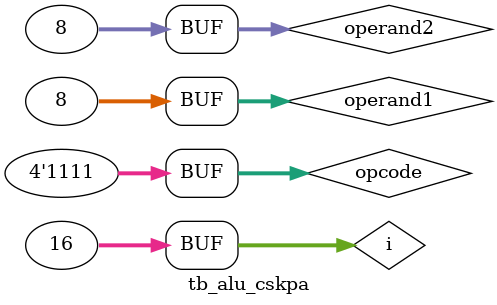
<source format=v>
`timescale 1ns / 1ps

module tb_alu_cskpa;

	// Inputs
	reg [31:0] operand1;
	reg [31:0] operand2;
	reg [3:0] opcode;

	// Outputs
	wire [31:0] result;
	wire carry_out;
	wire [63:0] product;
   integer i;
	// Instantiate the Unit Under Test (UUT)
	alu_cskpa uut (
		.operand1(operand1), 
		.operand2(operand2), 
		.opcode(opcode), 
		.result(result), 
		.carry_out(carry_out), 
		.product(product)
	);

	initial begin
		// Initialize Inputs
		operand1 = 8;
		operand2 = 8;
		
	end
	initial 
	for(i=0;i<=15;i=i+1)
	begin
	opcode=i;
	#10;
	end
      
endmodule


</source>
